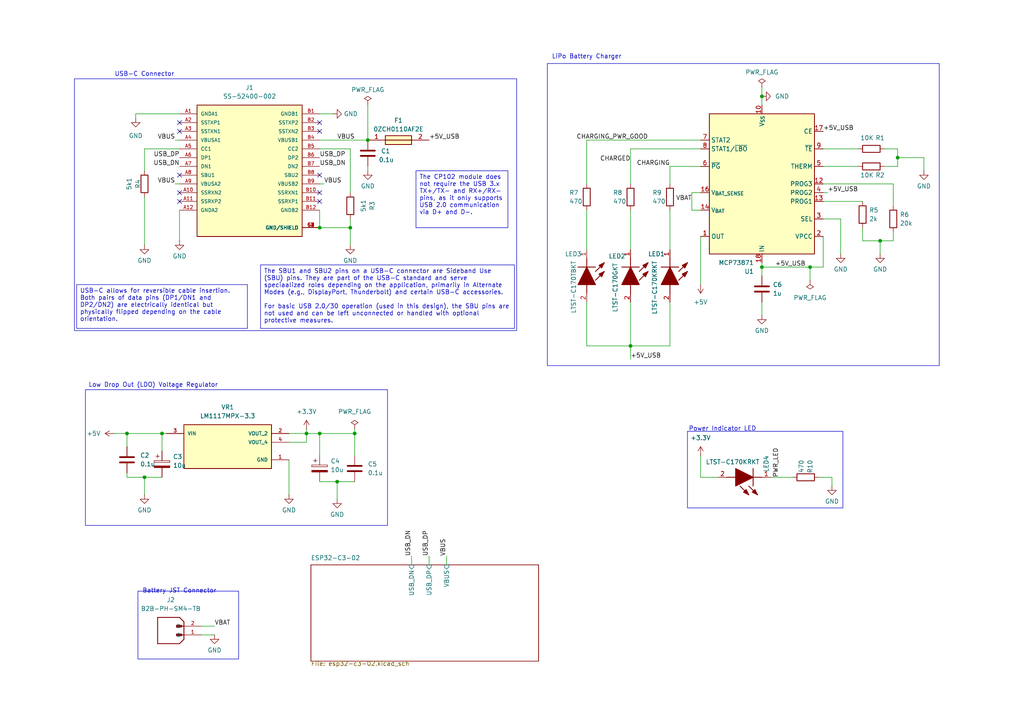
<source format=kicad_sch>
(kicad_sch (version 20250114) (generator "eeschema") (generator_version "9.0")
  (paper "A4")
  (title_block (title "ESP32C3 Peter Board") (date "2025-04-13") (rev "1") (company "Yusef Karim"))
  (lib_symbols
    (symbol "0ZCH0110AF2E:0ZCH0110AF2E" (pin_names (hide yes))
      (property "Reference" "F" (at 13.97 6.35 0))
      (property "Value" "0ZCH0110AF2E" (at 13.97 3.81 0))
      (symbol "0ZCH0110AF2E_1_1"
        (rectangle (start 5.08 1.27) (end 12.7 -1.27) (stroke (width 0.254)) (fill (type background)))
        (polyline (pts (xy 5.08 0) (xy 12.7 0)) (stroke (width 0.254)))
        (pin passive line (at 0 0 0) (length 5.08) (name "1") (number "1"))
        (pin passive line (at 17.78 0 180) (length 5.08) (name "2") (number "2"))
      )
    )
    (symbol "B2B-PH-SM4-TB:B2B-PH-SM4-TB" (pin_names (offset 1.016))
      (property "Reference" "J" (at 0 6.35 0))
      (property "Value" "B2B-PH-SM4-TB" (at 0 -5.08 0))
      (symbol "B2B-PH-SM4-TB_0_0"
        (polyline (pts (xy 0 3.81) (xy 0 2.54)) (stroke (width 0.254)))
        (polyline (pts (xy 0 3.81) (xy 1.27 5.08)) (stroke (width 0.254)))
        (polyline (pts (xy 0 2.54) (xy 0 -1.27)) (stroke (width 0.254)))
        (polyline (pts (xy 0 2.54) (xy 1.905 2.54)) (stroke (width 0.254)))
        (polyline (pts (xy 0 0) (xy 1.905 0)) (stroke (width 0.254)))
        (polyline (pts (xy 0 -1.27) (xy 1.27 -2.54)) (stroke (width 0.254)))
        (rectangle (start 0.635 2.2225) (end 2.2225 2.8575) (stroke (width 0.1)) (fill (type outline)))
        (rectangle (start 0.635 -0.3175) (end 2.2225 0.3175) (stroke (width 0.1)) (fill (type outline)))
        (polyline (pts (xy 1.27 -2.54) (xy 7.62 -2.54)) (stroke (width 0.254)))
        (polyline (pts (xy 7.62 5.08) (xy 1.27 5.08)) (stroke (width 0.254)))
        (polyline (pts (xy 7.62 -2.54) (xy 7.62 5.08)) (stroke (width 0.254)))
        (pin passive line (at -5.08 2.54 0) (length 5.08) (name "1") (number "1"))
        (pin passive line (at -5.08 0 0) (length 5.08) (name "2") (number "2"))
      )
    )
    (symbol "Battery_Management:MCP73871"
      (property "Reference" "U" (at -7.62 24.13 0))
      (property "Value" "MCP73871" (at -15.24 21.59 0))
      (symbol "MCP73871_0_1"
        (rectangle (start -15.24 20.32) (end 15.24 -20.32) (stroke (width 0.254)) (fill (type background)))
      )
      (symbol "MCP73871_1_1"
        (pin input line (at -17.78 15.24 0) (length 2.54) (name "VPCC") (number "2"))
        (pin input line (at -17.78 10.16 0) (length 2.54) (name "SEL") (number "3"))
        (pin bidirectional line (at -17.78 5.08 0) (length 2.54) (name "PROG1") (number "13"))
        (pin input line (at -17.78 2.54 0) (length 2.54) (name "PROG2") (number "4"))
        (pin bidirectional line (at -17.78 0 0) (length 2.54) (name "PROG3") (number "12"))
        (pin bidirectional line (at -17.78 -5.08 0) (length 2.54) (name "THERM") (number "5"))
        (pin input line (at -17.78 -10.16 0) (length 2.54) (name "~{TE}") (number "9"))
        (pin input line (at -17.78 -15.24 0) (length 2.54) (name "CE") (number "17"))
        (pin power_in line (at 0 22.86 270) (length 2.54) (name "IN") (number "18"))
        (pin passive line (at 0 22.86 270) (length 2.54) (hide yes) (name "IN") (number "19"))
        (pin power_in line (at 0 -22.86 90) (length 2.54) (name "V_{SS}") (number "10"))
        (pin passive line (at 0 -22.86 90) (length 2.54) (hide yes) (name "V_{SS}") (number "11"))
        (pin passive line (at 0 -22.86 90) (length 2.54) (hide yes) (name "V_{SS}") (number "21"))
        (pin power_out line (at 17.78 15.24 180) (length 2.54) (name "OUT") (number "1"))
        (pin passive line (at 17.78 15.24 180) (length 2.54) (hide yes) (name "OUT") (number "20"))
        (pin power_out line (at 17.78 7.62 180) (length 2.54) (name "V_{BAT}") (number "14"))
        (pin passive line (at 17.78 7.62 180) (length 2.54) (hide yes) (name "V_{BAT}") (number "15"))
        (pin input line (at 17.78 2.54 180) (length 2.54) (name "V_{BAT_SENSE}") (number "16"))
        (pin open_collector line (at 17.78 -5.08 180) (length 2.54) (name "~{PG}") (number "6"))
        (pin open_collector line (at 17.78 -10.16 180) (length 2.54) (name "STAT1/~{LBO}") (number "8"))
        (pin open_collector line (at 17.78 -12.7 180) (length 2.54) (name "STAT2") (number "7"))
      )
    )
    (symbol "Device:C" (pin_numbers (hide yes)) (pin_names (offset 0.254))
      (property "Reference" "C" (at 0.635 2.54 0))
      (property "Value" "C" (at 0.635 -2.54 0))
      (symbol "C_0_1"
        (polyline (pts (xy -2.032 0.762) (xy 2.032 0.762)) (stroke (width 0.508)))
        (polyline (pts (xy -2.032 -0.762) (xy 2.032 -0.762)) (stroke (width 0.508)))
      )
      (symbol "C_1_1"
        (pin passive line (at 0 3.81 270) (length 2.794) (name "~") (number "1"))
        (pin passive line (at 0 -3.81 90) (length 2.794) (name "~") (number "2"))
      )
    )
    (symbol "Device:C_Polarized" (pin_numbers (hide yes)) (pin_names (offset 0.254))
      (property "Reference" "C" (at 0.635 2.54 0))
      (property "Value" "C_Polarized" (at 0.635 -2.54 0))
      (symbol "C_Polarized_0_1"
        (rectangle (start -2.286 0.508) (end 2.286 1.016))
        (polyline (pts (xy -1.778 2.286) (xy -0.762 2.286)))
        (polyline (pts (xy -1.27 2.794) (xy -1.27 1.778)))
        (rectangle (start 2.286 -0.508) (end -2.286 -1.016) (fill (type outline)))
      )
      (symbol "C_Polarized_1_1"
        (pin passive line (at 0 3.81 270) (length 2.794) (name "~") (number "1"))
        (pin passive line (at 0 -3.81 90) (length 2.794) (name "~") (number "2"))
      )
    )
    (symbol "Device:R" (pin_numbers (hide yes)) (pin_names (offset 0))
      (property "Reference" "R" (at 2.032 0 90))
      (property "Value" "R" (at 0 0 90))
      (symbol "R_0_1"
        (rectangle (start -1.016 -2.54) (end 1.016 2.54) (stroke (width 0.254)))
      )
      (symbol "R_1_1"
        (pin passive line (at 0 3.81 270) (length 1.27) (name "~") (number "1"))
        (pin passive line (at 0 -3.81 90) (length 1.27) (name "~") (number "2"))
      )
    )
    (symbol "LM1117MPX-3.3:LM1117MPX-3.3" (pin_names (offset 1.016))
      (property "Reference" "VR" (at -12.7 6.08 0))
      (property "Value" "LM1117MPX-3.3" (at -12.7 -9.08 0))
      (symbol "LM1117MPX-3.3_0_0"
        (rectangle (start -12.7 -7.62) (end 12.7 5.08) (stroke (width 0.254)) (fill (type background)))
        (pin power_in line (at -17.78 2.54 0) (length 5.08) (name "VIN") (number "3"))
        (pin power_in line (at 17.78 2.54 180) (length 5.08) (name "VOUT_2") (number "2"))
        (pin power_in line (at 17.78 0 180) (length 5.08) (name "VOUT_4") (number "4"))
        (pin power_in line (at 17.78 -5.08 180) (length 5.08) (name "GND") (number "1"))
      )
    )
    (symbol "LTST-C170GKT:LTST-C170GKT" (pin_names (hide yes))
      (property "Reference" "LED" (at 12.7 8.89 0))
      (property "Value" "LTST-C170GKT" (at 12.7 6.35 0))
      (symbol "LTST-C170GKT_1_1"
        (polyline (pts (xy 2.54 0) (xy 5.08 0)) (stroke (width 0.254)))
        (polyline (pts (xy 5.08 2.54) (xy 5.08 -2.54)) (stroke (width 0.254)))
        (polyline (pts (xy 5.08 0) (xy 10.16 2.54) (xy 10.16 -2.54) (xy 5.08 0)) (stroke (width 0.254)) (fill (type outline)))
        (polyline (pts (xy 5.334 4.318) (xy 4.572 3.556) (xy 3.81 5.08) (xy 5.334 4.318)) (stroke (width 0.254)) (fill (type outline)))
        (polyline (pts (xy 6.35 2.54) (xy 3.81 5.08)) (stroke (width 0.254)))
        (polyline (pts (xy 7.874 4.318) (xy 7.112 3.556) (xy 6.35 5.08) (xy 7.874 4.318)) (stroke (width 0.254)) (fill (type outline)))
        (polyline (pts (xy 8.89 2.54) (xy 6.35 5.08)) (stroke (width 0.254)))
        (polyline (pts (xy 10.16 0) (xy 12.7 0)) (stroke (width 0.254)))
        (pin passive line (at 0 0 0) (length 2.54) (name "K") (number "1"))
        (pin passive line (at 15.24 0 180) (length 2.54) (name "A") (number "2"))
      )
    )
    (symbol "LTST-C170KRKT:LTST-C170KRKT" (pin_names (hide yes))
      (property "Reference" "LED" (at 12.7 8.89 0))
      (property "Value" "LTST-C170KRKT" (at 12.7 6.35 0))
      (symbol "LTST-C170KRKT_1_1"
        (polyline (pts (xy 2.54 0) (xy 5.08 0)) (stroke (width 0.254)))
        (polyline (pts (xy 5.08 2.54) (xy 5.08 -2.54)) (stroke (width 0.254)))
        (polyline (pts (xy 5.08 0) (xy 10.16 2.54) (xy 10.16 -2.54) (xy 5.08 0)) (stroke (width 0.254)) (fill (type outline)))
        (polyline (pts (xy 5.334 4.318) (xy 4.572 3.556) (xy 3.81 5.08) (xy 5.334 4.318)) (stroke (width 0.254)) (fill (type outline)))
        (polyline (pts (xy 6.35 2.54) (xy 3.81 5.08)) (stroke (width 0.254)))
        (polyline (pts (xy 7.874 4.318) (xy 7.112 3.556) (xy 6.35 5.08) (xy 7.874 4.318)) (stroke (width 0.254)) (fill (type outline)))
        (polyline (pts (xy 8.89 2.54) (xy 6.35 5.08)) (stroke (width 0.254)))
        (polyline (pts (xy 10.16 0) (xy 12.7 0)) (stroke (width 0.254)))
        (pin passive line (at 0 0 0) (length 2.54) (name "K") (number "1"))
        (pin passive line (at 15.24 0 180) (length 2.54) (name "A") (number "2"))
      )
    )
    (symbol "LTST-C170TBKT:LTST-C170TBKT" (pin_names (hide yes))
      (property "Reference" "LED" (at 12.7 8.89 0))
      (property "Value" "LTST-C170TBKT" (at 12.7 6.35 0))
      (symbol "LTST-C170TBKT_1_1"
        (polyline (pts (xy 2.54 0) (xy 5.08 0)) (stroke (width 0.254)))
        (polyline (pts (xy 5.08 2.54) (xy 5.08 -2.54)) (stroke (width 0.254)))
        (polyline (pts (xy 5.08 0) (xy 10.16 2.54) (xy 10.16 -2.54) (xy 5.08 0)) (stroke (width 0.254)) (fill (type outline)))
        (polyline (pts (xy 5.334 4.318) (xy 4.572 3.556) (xy 3.81 5.08) (xy 5.334 4.318)) (stroke (width 0.254)) (fill (type outline)))
        (polyline (pts (xy 6.35 2.54) (xy 3.81 5.08)) (stroke (width 0.254)))
        (polyline (pts (xy 7.874 4.318) (xy 7.112 3.556) (xy 6.35 5.08) (xy 7.874 4.318)) (stroke (width 0.254)) (fill (type outline)))
        (polyline (pts (xy 8.89 2.54) (xy 6.35 5.08)) (stroke (width 0.254)))
        (polyline (pts (xy 10.16 0) (xy 12.7 0)) (stroke (width 0.254)))
        (pin passive line (at 0 0 0) (length 2.54) (name "K") (number "1"))
        (pin passive line (at 15.24 0 180) (length 2.54) (name "A") (number "2"))
      )
    )
    (symbol "SS-52400-002:SS-52400-002" (pin_names (offset 1.016))
      (property "Reference" "J" (at -15.24 19.05 0))
      (property "Value" "SS-52400-002" (at -15.24 -22.86 0))
      (symbol "SS-52400-002_0_0"
        (rectangle (start -15.24 -20.32) (end 15.24 17.78) (stroke (width 0.254)) (fill (type background)))
        (pin power_in line (at -20.32 15.24 0) (length 5.08) (name "GNDA1") (number "A1"))
        (pin bidirectional line (at -20.32 12.7 0) (length 5.08) (name "SSTXP1") (number "A2"))
        (pin bidirectional line (at -20.32 10.16 0) (length 5.08) (name "SSTXN1") (number "A3"))
        (pin power_in line (at -20.32 7.62 0) (length 5.08) (name "VBUSA1") (number "A4"))
        (pin bidirectional line (at -20.32 5.08 0) (length 5.08) (name "CC1") (number "A5"))
        (pin bidirectional line (at -20.32 2.54 0) (length 5.08) (name "DP1") (number "A6"))
        (pin bidirectional line (at -20.32 0 0) (length 5.08) (name "DN1") (number "A7"))
        (pin bidirectional line (at -20.32 -2.54 0) (length 5.08) (name "SBU1") (number "A8"))
        (pin power_in line (at -20.32 -5.08 0) (length 5.08) (name "VBUSA2") (number "A9"))
        (pin bidirectional line (at -20.32 -7.62 0) (length 5.08) (name "SSRXN2") (number "A10"))
        (pin bidirectional line (at -20.32 -10.16 0) (length 5.08) (name "SSRXP2") (number "A11"))
        (pin power_in line (at -20.32 -12.7 0) (length 5.08) (name "GNDA2") (number "A12"))
        (pin power_in line (at 20.32 15.24 180) (length 5.08) (name "GNDB1") (number "B1"))
        (pin bidirectional line (at 20.32 12.7 180) (length 5.08) (name "SSTXP2") (number "B2"))
        (pin bidirectional line (at 20.32 10.16 180) (length 5.08) (name "SSTXN2") (number "B3"))
        (pin power_in line (at 20.32 7.62 180) (length 5.08) (name "VBUSB1") (number "B4"))
        (pin bidirectional line (at 20.32 5.08 180) (length 5.08) (name "CC2") (number "B5"))
        (pin bidirectional line (at 20.32 2.54 180) (length 5.08) (name "DP2") (number "B6"))
        (pin bidirectional line (at 20.32 0 180) (length 5.08) (name "DN2") (number "B7"))
        (pin bidirectional line (at 20.32 -2.54 180) (length 5.08) (name "SBU2") (number "B8"))
        (pin power_in line (at 20.32 -5.08 180) (length 5.08) (name "VBUSB2") (number "B9"))
        (pin bidirectional line (at 20.32 -7.62 180) (length 5.08) (name "SSRXN1") (number "B10"))
        (pin bidirectional line (at 20.32 -10.16 180) (length 5.08) (name "SSRXP1") (number "B11"))
        (pin power_in line (at 20.32 -12.7 180) (length 5.08) (name "GNDB2") (number "B12"))
        (pin power_in line (at 20.32 -17.78 180) (length 5.08) (name "GND/SHIELD") (number "G1"))
        (pin power_in line (at 20.32 -17.78 180) (length 5.08) (name "GND/SHIELD") (number "G2"))
        (pin power_in line (at 20.32 -17.78 180) (length 5.08) (name "GND/SHIELD") (number "G3"))
        (pin power_in line (at 20.32 -17.78 180) (length 5.08) (name "GND/SHIELD") (number "G4"))
        (pin power_in line (at 20.32 -17.78 180) (length 5.08) (name "GND/SHIELD") (number "S1"))
        (pin power_in line (at 20.32 -17.78 180) (length 5.08) (name "GND/SHIELD") (number "S2"))
        (pin power_in line (at 20.32 -17.78 180) (length 5.08) (name "GND/SHIELD") (number "S3"))
        (pin power_in line (at 20.32 -17.78 180) (length 5.08) (name "GND/SHIELD") (number "S4"))
      )
    )
    (symbol "power:+3.3V" (power) (pin_numbers (hide yes)) (pin_names (offset 0) (hide yes))
      (property "Value" "+3.3V" (at 0 3.556 0))
      (symbol "+3.3V_0_1"
        (polyline (pts (xy -0.762 1.27) (xy 0 2.54)))
        (polyline (pts (xy 0 2.54) (xy 0.762 1.27)))
        (polyline (pts (xy 0 0) (xy 0 2.54)))
      )
      (symbol "+3.3V_1_1"
        (pin power_in line (at 0 0 90) (length 0) (name "~") (number "1"))
      )
    )
    (symbol "power:+5V" (power) (pin_numbers (hide yes)) (pin_names (offset 0) (hide yes))
      (property "Value" "+5V" (at 0 3.556 0))
      (symbol "+5V_0_1"
        (polyline (pts (xy -0.762 1.27) (xy 0 2.54)))
        (polyline (pts (xy 0 2.54) (xy 0.762 1.27)))
        (polyline (pts (xy 0 0) (xy 0 2.54)))
      )
      (symbol "+5V_1_1"
        (pin power_in line (at 0 0 90) (length 0) (name "~") (number "1"))
      )
    )
    (symbol "power:GND" (power) (pin_numbers (hide yes)) (pin_names (offset 0) (hide yes))
      (property "Value" "GND" (at 0 -3.81 0))
      (symbol "GND_0_1"
        (polyline (pts (xy 0 0) (xy 0 -1.27) (xy 1.27 -1.27) (xy 0 -2.54) (xy -1.27 -1.27) (xy 0 -1.27)))
      )
      (symbol "GND_1_1"
        (pin power_in line (at 0 0 270) (length 0) (name "~") (number "1"))
      )
    )
    (symbol "power:PWR_FLAG" (power) (pin_numbers (hide yes)) (pin_names (offset 0) (hide yes))
      (property "Value" "PWR_FLAG" (at 0 3.81 0))
      (symbol "PWR_FLAG_0_0"
        (pin power_out line (at 0 0 90) (length 0) (name "~") (number "1"))
      )
      (symbol "PWR_FLAG_0_1"
        (polyline (pts (xy 0 0) (xy 0 1.27) (xy -1.016 1.905) (xy 0 2.54) (xy 1.016 1.905) (xy 0 1.27)))
      )
    )
  )
  (rectangle (start 24.765 113.03) (end 112.395 152.4))
  (rectangle (start 199.39 125.095) (end 244.475 147.32))
  (rectangle (start 40.005 171.45) (end 69.215 191.135))
  (rectangle (start 158.75 18.415) (end 272.415 106.045))
  (rectangle (start 21.59 22.86) (end 149.86 95.885))
  (text "LiPo Battery Charger" (at 170.18 16.51 0) (effects (font (size 1.27 1.27))))
  (text "Power Indicator LED" (at 209.55 124.46 0) (effects (font (size 1.27 1.27))))
  (text "USB-C Connector" (at 41.91 21.59 0) (effects (font (size 1.27 1.27))))
  (text "Low Drop Out (LDO) Voltage Regulator" (at 44.45 111.76 0) (effects (font (size 1.27 1.27))))
  (text "Battery JST Connector" (at 52.07 171.45 0) (effects (font (size 1.27 1.27))))
  (text_box "The SBU1 and SBU2 pins on a USB-C connector are Sideband Use (SBU) pins. They are part of the USB-C standard and serve speciaalized roles depending on the application, primarily in Alternate Modes (e.g., DisplayPort, Thunderbolt) and certain USB-C accessories.\n\nFor basic USB 2.0/30 operation (used in this design), the SBU pins are not used and can be left unconnected or handled with optional protective measures." (at 75.565 76.835 0) (size 73.66 18.415) (margins 0.9525 0.9525 0.9525 0.9525) (effects (font (size 1.27 1.27)) (justify left top)))
  (text_box "USB-C allows for reversible cable insertion.\nBoth pairs of data pins (DP1/DN1 and DP2/DN2) are electrically identical but physically flipped depending on the cable orientation." (at 22.225 82.55 0) (size 49.53 12.7) (margins 0.9525 0.9525 0.9525 0.9525) (effects (font (size 1.27 1.27)) (justify left top)))
  (text_box "The CP102 module does not require the USB 3.x TX+/TX- and RX+/RX- pins, as it only supports USB 2.0 communication via D+ and D-." (at 120.65 49.53 0) (size 26.67 16.51) (margins 0.9525 0.9525 0.9525 0.9525) (effects (font (size 1.27 1.27)) (justify left top)))
  (junction (at 220.98 27.94))
  (junction (at 88.9 125.73))
  (junction (at 92.71 66.04))
  (junction (at 182.88 100.33))
  (junction (at 97.79 139.7))
  (junction (at 101.6 66.04))
  (junction (at 220.98 77.47))
  (junction (at 41.91 138.43))
  (junction (at 102.87 125.73))
  (junction (at 92.71 125.73))
  (junction (at 106.68 40.64))
  (junction (at 255.27 69.85))
  (junction (at 36.83 125.73))
  (junction (at 46.99 125.73))
  (junction (at 234.95 77.47))
  (junction (at 260.35 45.72))
  (no_connect (at 92.71 35.56))
  (no_connect (at 52.07 38.1))
  (no_connect (at 92.71 50.8))
  (no_connect (at 52.07 50.8))
  (no_connect (at 92.71 55.88))
  (no_connect (at 92.71 58.42))
  (no_connect (at 52.07 55.88))
  (no_connect (at 52.07 35.56))
  (no_connect (at 92.71 38.1))
  (no_connect (at 52.07 58.42))
  (wire (pts (xy 83.82 133.35) (xy 83.82 143.51)))
  (wire (pts (xy 208.28 138.43) (xy 203.2 138.43)))
  (wire (pts (xy 267.97 49.53) (xy 267.97 45.72)))
  (wire (pts (xy 97.79 139.7) (xy 97.79 144.78)))
  (wire (pts (xy 97.79 139.7) (xy 102.87 139.7)))
  (wire (pts (xy 92.71 40.64) (xy 106.68 40.64)))
  (wire (pts (xy 194.31 100.33) (xy 182.88 100.33)))
  (wire (pts (xy 170.18 100.33) (xy 182.88 100.33)))
  (wire (pts (xy 237.49 138.43) (xy 241.3 138.43)))
  (wire (pts (xy 101.6 66.04) (xy 101.6 71.12)))
  (wire (pts (xy 259.08 53.34) (xy 238.76 53.34)))
  (wire (pts (xy 129.54 161.29) (xy 129.54 163.83)))
  (wire (pts (xy 260.35 45.72) (xy 260.35 48.26)))
  (wire (pts (xy 92.71 60.96) (xy 92.71 66.04)))
  (wire (pts (xy 83.82 128.27) (xy 88.9 128.27)))
  (wire (pts (xy 182.88 53.34) (xy 182.88 43.18)))
  (wire (pts (xy 119.38 161.29) (xy 119.38 163.83)))
  (wire (pts (xy 220.98 76.2) (xy 220.98 77.47)))
  (wire (pts (xy 200.66 60.96) (xy 203.2 60.96)))
  (wire (pts (xy 170.18 60.96) (xy 170.18 72.39)))
  (wire (pts (xy 194.31 48.26) (xy 203.2 48.26)))
  (wire (pts (xy 41.91 57.15) (xy 41.91 71.12)))
  (wire (pts (xy 52.07 60.96) (xy 52.07 69.85)))
  (wire (pts (xy 220.98 87.63) (xy 220.98 91.44)))
  (wire (pts (xy 182.88 87.63) (xy 182.88 100.33)))
  (wire (pts (xy 48.26 125.73) (xy 46.99 125.73)))
  (wire (pts (xy 182.88 43.18) (xy 203.2 43.18)))
  (wire (pts (xy 241.3 138.43) (xy 241.3 140.97)))
  (wire (pts (xy 220.98 25.4) (xy 220.98 27.94)))
  (wire (pts (xy 238.76 63.5) (xy 243.84 63.5)))
  (wire (pts (xy 238.76 77.47) (xy 238.76 68.58)))
  (wire (pts (xy 238.76 48.26) (xy 248.92 48.26)))
  (wire (pts (xy 36.83 138.43) (xy 41.91 138.43)))
  (wire (pts (xy 220.98 77.47) (xy 234.95 77.47)))
  (wire (pts (xy 41.91 138.43) (xy 46.99 138.43)))
  (wire (pts (xy 170.18 87.63) (xy 170.18 100.33)))
  (wire (pts (xy 234.95 77.47) (xy 234.95 81.28)))
  (wire (pts (xy 255.27 69.85) (xy 255.27 73.66)))
  (wire (pts (xy 182.88 104.14) (xy 182.88 100.33)))
  (wire (pts (xy 203.2 138.43) (xy 203.2 132.08)))
  (wire (pts (xy 36.83 125.73) (xy 36.83 129.54)))
  (wire (pts (xy 248.92 43.18) (xy 238.76 43.18)))
  (wire (pts (xy 92.71 125.73) (xy 92.71 132.08)))
  (wire (pts (xy 39.37 34.29) (xy 39.37 33.02)))
  (wire (pts (xy 170.18 53.34) (xy 170.18 40.64)))
  (wire (pts (xy 88.9 124.46) (xy 88.9 125.73)))
  (wire (pts (xy 101.6 43.18) (xy 92.71 43.18)))
  (wire (pts (xy 92.71 125.73) (xy 88.9 125.73)))
  (wire (pts (xy 259.08 67.31) (xy 259.08 69.85)))
  (wire (pts (xy 106.68 48.26) (xy 106.68 49.53)))
  (wire (pts (xy 92.71 33.02) (xy 96.52 33.02)))
  (wire (pts (xy 170.18 40.64) (xy 203.2 40.64)))
  (wire (pts (xy 36.83 125.73) (xy 46.99 125.73)))
  (wire (pts (xy 58.42 181.61) (xy 62.23 181.61)))
  (wire (pts (xy 92.71 139.7) (xy 97.79 139.7)))
  (wire (pts (xy 194.31 87.63) (xy 194.31 100.33)))
  (wire (pts (xy 36.83 125.73) (xy 33.02 125.73)))
  (wire (pts (xy 83.82 125.73) (xy 88.9 125.73)))
  (wire (pts (xy 46.99 125.73) (xy 46.99 130.81)))
  (wire (pts (xy 36.83 138.43) (xy 36.83 137.16)))
  (wire (pts (xy 41.91 43.18) (xy 52.07 43.18)))
  (wire (pts (xy 223.52 138.43) (xy 229.87 138.43)))
  (wire (pts (xy 260.35 43.18) (xy 260.35 45.72)))
  (wire (pts (xy 200.66 55.88) (xy 200.66 60.96)))
  (wire (pts (xy 243.84 63.5) (xy 243.84 73.66)))
  (wire (pts (xy 106.68 30.48) (xy 106.68 40.64)))
  (wire (pts (xy 256.54 48.26) (xy 260.35 48.26)))
  (wire (pts (xy 220.98 77.47) (xy 220.98 80.01)))
  (wire (pts (xy 102.87 125.73) (xy 92.71 125.73)))
  (wire (pts (xy 194.31 53.34) (xy 194.31 48.26)))
  (wire (pts (xy 234.95 77.47) (xy 238.76 77.47)))
  (wire (pts (xy 267.97 45.72) (xy 260.35 45.72)))
  (wire (pts (xy 58.42 184.15) (xy 62.23 184.15)))
  (wire (pts (xy 41.91 143.51) (xy 41.91 138.43)))
  (wire (pts (xy 250.19 69.85) (xy 255.27 69.85)))
  (wire (pts (xy 92.71 66.04) (xy 101.6 66.04)))
  (wire (pts (xy 41.91 49.53) (xy 41.91 43.18)))
  (wire (pts (xy 255.27 69.85) (xy 259.08 69.85)))
  (wire (pts (xy 50.8 40.64) (xy 52.07 40.64)))
  (wire (pts (xy 220.98 27.94) (xy 220.98 30.48)))
  (wire (pts (xy 250.19 58.42) (xy 238.76 58.42)))
  (wire (pts (xy 182.88 60.96) (xy 182.88 72.39)))
  (wire (pts (xy 101.6 55.88) (xy 101.6 43.18)))
  (wire (pts (xy 39.37 33.02) (xy 52.07 33.02)))
  (wire (pts (xy 102.87 124.46) (xy 102.87 125.73)))
  (wire (pts (xy 50.8 53.34) (xy 52.07 53.34)))
  (wire (pts (xy 259.08 59.69) (xy 259.08 53.34)))
  (wire (pts (xy 102.87 125.73) (xy 102.87 132.08)))
  (wire (pts (xy 240.03 55.88) (xy 238.76 55.88)))
  (wire (pts (xy 194.31 60.96) (xy 194.31 72.39)))
  (wire (pts (xy 203.2 55.88) (xy 200.66 55.88)))
  (wire (pts (xy 124.46 161.29) (xy 124.46 163.83)))
  (wire (pts (xy 256.54 43.18) (xy 260.35 43.18)))
  (wire (pts (xy 93.98 53.34) (xy 92.71 53.34)))
  (wire (pts (xy 101.6 63.5) (xy 101.6 66.04)))
  (wire (pts (xy 250.19 66.04) (xy 250.19 69.85)))
  (wire (pts (xy 203.2 68.58) (xy 203.2 82.55)))
  (wire (pts (xy 88.9 125.73) (xy 88.9 128.27)))
  (label "+5V_USB" (at 124.46 40.64 0))
  (label "VBUS" (at 93.98 53.34 0))
  (label "CHARGING_PWR_GOOD" (at 187.96 40.64 180))
  (label "USB_DN" (at 119.38 161.29 90))
  (label "USB_DP" (at 52.07 45.72 180))
  (label "VBUS" (at 50.8 40.64 180))
  (label "USB_DP" (at 124.46 161.29 90))
  (label "USB_DP" (at 92.71 45.72 0))
  (label "VBUS" (at 50.8 53.34 180))
  (label "CHARGED" (at 182.88 46.99 180))
  (label "+5V_USB" (at 182.88 104.14 0))
  (label "VBUS" (at 129.54 161.29 90))
  (label "+5V_USB" (at 224.79 77.47 0))
  (label "CHARGING" (at 194.31 48.26 180))
  (label "USB_DN" (at 92.71 48.26 0))
  (label "VBAT" (at 62.23 181.61 0))
  (label "VBAT" (at 200.66 58.42 180))
  (label "USB_DN" (at 52.07 48.26 180))
  (label "+5V_USB" (at 240.03 55.88 0))
  (label "PWR_LED" (at 226.06 138.43 90))
  (label "VBUS" (at 97.79 40.64 0))
  (label "+5V_USB" (at 238.76 38.1 0))
  (symbol (lib_id "power:GND") (at 41.91 143.51 0) (unit 1)
    (property "Reference" "#PWR011" (effects (hide yes)))
    (property "Value" "GND" (at 41.91 147.955 0))
    (property "Description" "Power symbol creates a global label with name \"GND\" , ground" (effects (hide yes)))
  )
  (symbol (lib_id "Device:C") (at 102.87 135.89 0) (unit 1)
    (property "Reference" "C5" (at 106.68 134.6199 0) (effects (justify left)))
    (property "Value" "0.1u" (at 106.68 137.1599 0) (effects (justify left)))
    (property "Footprint" "Capacitor_SMD:C_0805_2012Metric" (effects (hide yes)))
    (property "Description" "Unpolarized capacitor" (effects (hide yes)))
  )
  (symbol (lib_id "Device:C_Polarized") (at 46.99 134.62 0) (unit 1)
    (property "Reference" "C3" (at 50.165 132.4609 0) (effects (justify left)))
    (property "Value" "10u" (at 50.165 135.0009 0) (effects (justify left)))
    (property "Footprint" "Peter Board Footprints:T491A" (effects (hide yes)))
    (property "Description" "Polarized capacitor" (effects (hide yes)))
  )
  (symbol (lib_id "SS-52400-002:SS-52400-002") (at 72.39 48.26 0) (unit 1)
    (property "Reference" "J1" (at 72.39 25.4 0))
    (property "Value" "SS-52400-002" (at 72.39 27.94 0))
    (property "Footprint" "Peter Board Footprints:BELFUSE_SS-52400-002" (effects (hide yes)))
    (property "MF" "Bel Fuse" (effects (hide yes)))
    (property "MAXIMUM_PACKAGE_HEIGHT" "2.96 mm" (effects (hide yes)))
    (property "Package" "None" (effects (hide yes)))
    (property "Price" "None" (effects (hide yes)))
    (property "Check_prices" "https://www.snapeda.com/parts/SS-52400-002/Bel+Circuit+Protection/view-part/?ref=eda" (effects (hide yes)))
    (property "STANDARD" "Manufacturer Recommendations" (effects (hide yes)))
    (property "PARTREV" "A0" (effects (hide yes)))
    (property "SnapEDA_Link" "https://www.snapeda.com/parts/SS-52400-002/Bel+Circuit+Protection/view-part/?ref=snap" (effects (hide yes)))
    (property "MP" "SS-52400-002" (effects (hide yes)))
    (property "Description_1" "USB Type-C Connector | USB 3.1 | 1 Port | Right Angle Receptacle | Shielded | 0.039 in (1.00mm) PCB Thickness" (effects (hide yes)))
    (property "Availability" "In Stock" (effects (hide yes)))
    (property "MANUFACTURER" "BelFuse" (effects (hide yes)))
  )
  (symbol (lib_id "power:GND") (at 96.52 33.02 90) (unit 1)
    (property "Reference" "#PWR07" (effects (hide yes)))
    (property "Value" "GND" (at 99.695 33.0199 90) (effects (justify right)))
    (property "Description" "Power symbol creates a global label with name \"GND\" , ground" (effects (hide yes)))
  )
  (symbol (lib_id "power:GND") (at 52.07 69.85 0) (unit 1)
    (property "Reference" "#PWR05" (effects (hide yes)))
    (property "Value" "GND" (at 52.07 74.295 0))
    (property "Description" "Power symbol creates a global label with name \"GND\" , ground" (effects (hide yes)))
  )
  (symbol (lib_id "Device:R") (at 252.73 48.26 90) (unit 1)
    (property "Reference" "R2" (at 255.27 50.8 90))
    (property "Value" "10K" (at 251.46 50.8 90))
    (property "Footprint" "Resistor_SMD:R_0805_2012Metric" (effects (hide yes)))
    (property "Description" "Resistor" (effects (hide yes)))
  )
  (symbol (lib_id "Device:R") (at 250.19 62.23 0) (unit 1)
    (property "Reference" "R5" (at 252.095 60.9599 0) (effects (justify left)))
    (property "Value" "2k" (at 252.095 63.4999 0) (effects (justify left)))
    (property "Footprint" "Resistor_SMD:R_0805_2012Metric" (effects (hide yes)))
    (property "Description" "Resistor" (effects (hide yes)))
  )
  (symbol (lib_id "power:GND") (at 39.37 34.29 0) (unit 1)
    (property "Reference" "#PWR06" (effects (hide yes)))
    (property "Value" "GND" (at 39.37 39.37 0))
    (property "Description" "Power symbol creates a global label with name \"GND\" , ground" (effects (hide yes)))
  )
  (symbol (lib_id "Device:R") (at 259.08 63.5 0) (unit 1)
    (property "Reference" "R6" (at 260.985 62.2299 0) (effects (justify left)))
    (property "Value" "20k" (at 260.985 64.7699 0) (effects (justify left)))
    (property "Footprint" "Resistor_SMD:R_0805_2012Metric" (effects (hide yes)))
    (property "Description" "Resistor" (effects (hide yes)))
  )
  (symbol (lib_id "Device:C_Polarized") (at 92.71 135.89 0) (unit 1)
    (property "Reference" "C4" (at 95.885 133.7309 0) (effects (justify left)))
    (property "Value" "10u" (at 95.885 136.2709 0) (effects (justify left)))
    (property "Footprint" "Peter Board Footprints:T491A" (effects (hide yes)))
    (property "Description" "Polarized capacitor" (effects (hide yes)))
  )
  (symbol (lib_id "power:GND") (at 255.27 73.66 0) (unit 1)
    (property "Reference" "#PWR02" (effects (hide yes)))
    (property "Value" "GND" (at 255.27 78.105 0))
    (property "Description" "Power symbol creates a global label with name \"GND\" , ground" (effects (hide yes)))
  )
  (symbol (lib_id "B2B-PH-SM4-TB:B2B-PH-SM4-TB") (at 53.34 181.61 180) (unit 1)
    (property "Reference" "J2" (at 49.53 173.99 0))
    (property "Value" "B2B-PH-SM4-TB" (at 49.53 176.53 0))
    (property "Footprint" "Peter Board Footprints:JST_B2B-PH-SM4-TB" (effects (hide yes)))
    (property "MF" "JST" (effects (hide yes)))
    (property "MAXIMUM_PACKAGE_HEIGHT" "6.6 mm" (effects (hide yes)))
    (property "Package" "NON STANDARD-2 JST" (effects (hide yes)))
    (property "Price" "None" (effects (hide yes)))
    (property "Check_prices" "https://www.snapeda.com/parts/B2B-PH-SM4-TB/JST/view-part/?ref=eda" (effects (hide yes)))
    (property "STANDARD" "Manufacturer Recommendations" (effects (hide yes)))
    (property "PARTREV" "N/A" (effects (hide yes)))
    (property "SnapEDA_Link" "https://www.snapeda.com/parts/B2B-PH-SM4-TB/JST/view-part/?ref=snap" (effects (hide yes)))
    (property "MP" "B2B-PH-SM4-TB" (effects (hide yes)))
    (property "Description_1" "Connector Header Surface Mount 2 position 0.079 (2.00mm)" (effects (hide yes)))
    (property "Availability" "In Stock" (effects (hide yes)))
    (property "MANUFACTURER" "JST" (effects (hide yes)))
  )
  (symbol (lib_id "Device:R") (at 233.68 138.43 270) (unit 1)
    (property "Reference" "R10" (at 234.95 133.35 0) (effects (justify left)))
    (property "Value" "470" (at 232.41 133.35 0) (effects (justify left)))
    (property "Footprint" "Resistor_SMD:R_0805_2012Metric" (effects (hide yes)))
    (property "Description" "Resistor" (effects (hide yes)))
  )
  (symbol (lib_id "Device:C") (at 36.83 133.35 0) (unit 1)
    (property "Reference" "C2" (at 40.64 132.0799 0) (effects (justify left)))
    (property "Value" "0.1u" (at 40.64 134.6199 0) (effects (justify left)))
    (property "Footprint" "Capacitor_SMD:C_0805_2012Metric" (effects (hide yes)))
    (property "Description" "Unpolarized capacitor" (effects (hide yes)))
  )
  (symbol (lib_id "Device:R") (at 101.6 59.69 180) (unit 1)
    (property "Reference" "R3" (at 107.95 59.69 90))
    (property "Value" "5k1" (at 105.41 59.69 90))
    (property "Footprint" "Resistor_SMD:R_0805_2012Metric" (effects (hide yes)))
    (property "Description" "Resistor" (effects (hide yes)))
  )
  (symbol (lib_id "power:PWR_FLAG") (at 102.87 124.46 0) (unit 1)
    (property "Reference" "#FLG02" (effects (hide yes)))
    (property "Value" "PWR_FLAG" (at 102.87 119.38 0))
    (property "Description" "Special symbol for telling ERC where power comes from" (effects (hide yes)))
  )
  (symbol (lib_id "power:+3.3V") (at 203.2 132.08 0) (unit 1)
    (property "Reference" "#PWR017" (effects (hide yes)))
    (property "Value" "+3.3V" (at 203.2 127 0))
    (property "Description" "Power symbol creates a global label with name \"+3.3V\"" (effects (hide yes)))
  )
  (symbol (lib_id "power:GND") (at 101.6 71.12 0) (unit 1)
    (property "Reference" "#PWR03" (effects (hide yes)))
    (property "Value" "GND" (at 101.6 75.565 0))
    (property "Description" "Power symbol creates a global label with name \"GND\" , ground" (effects (hide yes)))
  )
  (symbol (lib_id "power:GND") (at 243.84 73.66 0) (unit 1)
    (property "Reference" "#PWR057" (effects (hide yes)))
    (property "Value" "GND" (at 243.84 78.105 0))
    (property "Description" "Power symbol creates a global label with name \"GND\" , ground" (effects (hide yes)))
  )
  (symbol (lib_id "power:+5V") (at 203.2 82.55 180) (unit 1)
    (property "Reference" "#PWR019" (effects (hide yes)))
    (property "Value" "+5V" (at 203.2 87.63 0))
    (property "Description" "Power symbol creates a global label with name \"+5V\"" (effects (hide yes)))
  )
  (symbol (lib_id "Battery_Management:MCP73871") (at 220.98 53.34 180) (unit 1)
    (property "Reference" "U1" (at 218.6727 78.74 0) (effects (justify left)))
    (property "Value" "MCP73871" (at 218.6727 76.2 0) (effects (justify left)))
    (property "Footprint" "Package_DFN_QFN:QFN-20-1EP_4x4mm_P0.5mm_EP2.5x2.5mm" (effects (hide yes)))
    (property "Datasheet" "http://www.mouser.com/ds/2/268/22090a-52174.pdf" (effects (hide yes)))
    (property "Description" "Single cell, Li-Ion/Li-Po charge management controller" (effects (hide yes)))
  )
  (symbol (lib_id "power:PWR_FLAG") (at 220.98 25.4 0) (unit 1)
    (property "Reference" "#FLG01" (effects (hide yes)))
    (property "Value" "PWR_FLAG" (at 220.98 20.955 0))
    (property "Description" "Special symbol for telling ERC where power comes from" (effects (hide yes)))
  )
  (symbol (lib_id "power:GND") (at 241.3 140.97 0) (unit 1)
    (property "Reference" "#PWR018" (effects (hide yes)))
    (property "Value" "GND" (at 241.3 145.415 0))
    (property "Description" "Power symbol creates a global label with name \"GND\" , ground" (effects (hide yes)))
  )
  (symbol (lib_id "power:GND") (at 106.68 49.53 0) (unit 1)
    (property "Reference" "#PWR08" (effects (hide yes)))
    (property "Value" "GND" (at 106.68 53.975 0))
    (property "Description" "Power symbol creates a global label with name \"GND\" , ground" (effects (hide yes)))
  )
  (symbol (lib_id "LTST-C170TBKT:LTST-C170TBKT") (at 170.18 72.39 270) (unit 1)
    (property "Reference" "LED3" (at 163.83 73.66 90) (effects (justify left)))
    (property "Value" "LTST-C170TBKT" (at 166.37 75.565 0) (effects (justify left)))
    (property "Footprint" "Peter Board Footprints:LEDC2012X120N" (effects (hide yes)))
    (property "Datasheet" "https://componentsearchengine.com/Datasheets/1/LTST-C170TBKT.pdf" (effects (hide yes)))
    (property "Description" "LED,SMD,0805,Blue,28mcd,130deg" (effects (hide yes)))
    (property "Height" "1.2" (effects (hide yes)))
    (property "Manufacturer_Name" "Lite-On" (effects (hide yes)))
    (property "Manufacturer_Part_Number" "LTST-C170TBKT" (effects (hide yes)))
    (property "Mouser Part Number" "859-LTST-C170TBKT" (effects (hide yes)))
    (property "Mouser Price/Stock" "https://www.mouser.co.uk/ProductDetail/Lite-On/LTST-C170TBKT?qs=0uL0gcxEMop2ooGmIUzw3A%3D%3D" (effects (hide yes)))
    (property "Arrow Part Number" "LTST-C170TBKT" (effects (hide yes)))
    (property "Arrow Price/Stock" "https://www.arrow.com/en/products/ltst-c170tbkt/lite-on-technology?utm_currency=USD&region=nac" (effects (hide yes)))
  )
  (symbol (lib_id "Device:C") (at 220.98 83.82 0) (unit 1)
    (property "Reference" "C6" (at 224.155 82.5499 0) (effects (justify left)))
    (property "Value" "1u" (at 224.155 85.0899 0) (effects (justify left)))
    (property "Footprint" "Capacitor_SMD:C_0805_2012Metric" (effects (hide yes)))
    (property "Description" "Unpolarized capacitor" (effects (hide yes)))
  )
  (symbol (lib_id "power:+5V") (at 33.02 125.73 90) (unit 1)
    (property "Reference" "#PWR015" (effects (hide yes)))
    (property "Value" "+5V" (at 29.21 125.7299 90) (effects (justify left)))
    (property "Description" "Power symbol creates a global label with name \"+5V\"" (effects (hide yes)))
  )
  (symbol (lib_id "0ZCH0110AF2E:0ZCH0110AF2E") (at 106.68 40.64 0) (unit 1)
    (property "Reference" "F1" (at 115.57 34.925 0))
    (property "Value" "0ZCH0110AF2E" (at 115.57 37.465 0))
    (property "Footprint" "Peter Board Footprints:FUSC3226X100N" (effects (hide yes)))
    (property "Datasheet" "https://www.belfuse.com/resources/datasheets/circuitprotection/ds-cp-0zch-series.pdf" (effects (hide yes)))
    (property "Description" "1210 SMT PPTC | 1.10 Ih | 16V" (effects (hide yes)))
    (property "Height" "1" (effects (hide yes)))
    (property "Manufacturer_Name" "Bel Circuit Protection" (effects (hide yes)))
    (property "Manufacturer_Part_Number" "0ZCH0110AF2E" (effects (hide yes)))
  )
  (symbol (lib_id "Device:R") (at 182.88 57.15 0) (unit 1)
    (property "Reference" "R8" (at 177.8 55.88 0) (effects (justify left)))
    (property "Value" "470" (at 177.8 58.42 0) (effects (justify left)))
    (property "Footprint" "Resistor_SMD:R_0805_2012Metric" (effects (hide yes)))
    (property "Description" "Resistor" (effects (hide yes)))
  )
  (symbol (lib_id "power:GND") (at 267.97 49.53 0) (unit 1)
    (property "Reference" "#PWR01" (effects (hide yes)))
    (property "Value" "GND" (at 267.97 53.975 0))
    (property "Description" "Power symbol creates a global label with name \"GND\" , ground" (effects (hide yes)))
  )
  (symbol (lib_id "power:GND") (at 41.91 71.12 0) (unit 1)
    (property "Reference" "#PWR04" (effects (hide yes)))
    (property "Value" "GND" (at 41.91 75.565 0))
    (property "Description" "Power symbol creates a global label with name \"GND\" , ground" (effects (hide yes)))
  )
  (symbol (lib_id "power:GND") (at 62.23 184.15 0) (unit 1)
    (property "Reference" "#PWR016" (effects (hide yes)))
    (property "Value" "GND" (at 62.23 188.595 0))
    (property "Description" "Power symbol creates a global label with name \"GND\" , ground" (effects (hide yes)))
  )
  (symbol (lib_id "LTST-C170GKT:LTST-C170GKT") (at 182.88 72.39 270) (unit 1)
    (property "Reference" "LED2" (at 176.53 74.295 90) (effects (justify left)))
    (property "Value" "LTST-C170GKT" (at 178.435 76.2 0) (effects (justify left)))
    (property "Footprint" "Peter Board Footprints:LEDC2012X120N" (effects (hide yes)))
    (property "Datasheet" "https://mm.digikey.com/Volume0/opasdata/d220001/medias/docus/895/LTST-C170GKT.pdf" (effects (hide yes)))
    (property "Description" "LED,SMD,0805,Green,6mcd,130deg Lite-On LTST-C170GKT, CHIPLED 0805 Series Green LED, 569 nm 2012 (0805), Rectangle Lens SMD package" (effects (hide yes)))
    (property "Height" "1.2" (effects (hide yes)))
    (property "Manufacturer_Name" "Lite-On" (effects (hide yes)))
    (property "Manufacturer_Part_Number" "LTST-C170GKT" (effects (hide yes)))
    (property "Mouser Part Number" "859-LTST-C170GKT" (effects (hide yes)))
    (property "Mouser Price/Stock" "https://www.mouser.co.uk/ProductDetail/Lite-On/LTST-C170GKT?qs=%2FSqKn2EfXQSV5aRij3YIfQ%3D%3D" (effects (hide yes)))
    (property "Arrow Part Number" "LTST-C170GKT" (effects (hide yes)))
    (property "Arrow Price/Stock" "https://www.arrow.com/en/products/ltst-c170gkt/lite-on-technology?utm_currency=USD&region=nac" (effects (hide yes)))
  )
  (symbol (lib_id "power:GND") (at 220.98 27.94 90) (unit 1)
    (property "Reference" "#PWR09" (effects (hide yes)))
    (property "Value" "GND" (at 224.79 27.9399 90) (effects (justify right)))
    (property "Description" "Power symbol creates a global label with name \"GND\" , ground" (effects (hide yes)))
  )
  (symbol (lib_id "power:PWR_FLAG") (at 106.68 30.48 0) (unit 1)
    (property "Reference" "#FLG03" (effects (hide yes)))
    (property "Value" "PWR_FLAG" (at 106.68 26.035 0))
    (property "Description" "Special symbol for telling ERC where power comes from" (effects (hide yes)))
  )
  (symbol (lib_id "power:GND") (at 220.98 91.44 0) (unit 1)
    (property "Reference" "#PWR010" (effects (hide yes)))
    (property "Value" "GND" (at 220.98 95.885 0))
    (property "Description" "Power symbol creates a global label with name \"GND\" , ground" (effects (hide yes)))
  )
  (symbol (lib_id "LTST-C170KRKT:LTST-C170KRKT") (at 194.31 72.39 270) (unit 1)
    (property "Reference" "LED1" (at 187.96 73.66 90) (effects (justify left)))
    (property "Value" "LTST-C170KRKT" (at 189.865 75.565 0) (effects (justify left)))
    (property "Footprint" "Peter Board Footprints:LEDC2012X120N" (effects (hide yes)))
    (property "Datasheet" "https://componentsearchengine.com/Datasheets/1/LTST-C170KRKT.pdf" (effects (hide yes)))
    (property "Description" "Standard LEDs - SMD Red Clear 631nm" (effects (hide yes)))
    (property "Height" "1.2" (effects (hide yes)))
    (property "Manufacturer_Name" "Lite-On" (effects (hide yes)))
    (property "Manufacturer_Part_Number" "LTST-C170KRKT" (effects (hide yes)))
    (property "Mouser Part Number" "859-LTST-C170KRKT" (effects (hide yes)))
    (property "Mouser Price/Stock" "https://www.mouser.co.uk/ProductDetail/Lite-On/LTST-C170KRKT?qs=NUb82WqeCyrVOID%2Fxt4rgA%3D%3D" (effects (hide yes)))
    (property "Arrow Part Number" "LTST-C170KRKT" (effects (hide yes)))
    (property "Arrow Price/Stock" "https://www.arrow.com/en/products/ltst-c170krkt/lite-on-technology?utm_currency=USD&region=nac" (effects (hide yes)))
  )
  (symbol (lib_id "power:GND") (at 97.79 144.78 0) (unit 1)
    (property "Reference" "#PWR013" (effects (hide yes)))
    (property "Value" "GND" (at 97.79 149.225 0))
    (property "Description" "Power symbol creates a global label with name \"GND\" , ground" (effects (hide yes)))
  )
  (symbol (lib_id "Device:R") (at 41.91 53.34 180) (unit 1)
    (property "Reference" "R4" (at 40.005 53.34 90))
    (property "Value" "5k1" (at 37.465 53.34 90))
    (property "Footprint" "Resistor_SMD:R_0805_2012Metric" (effects (hide yes)))
    (property "Description" "Resistor" (effects (hide yes)))
  )
  (symbol (lib_id "Device:C") (at 106.68 44.45 0) (unit 1)
    (property "Reference" "C1" (at 110.49 43.815 0) (effects (justify left)))
    (property "Value" "0.1u" (at 109.855 46.355 0) (effects (justify left)))
    (property "Footprint" "Capacitor_SMD:C_0805_2012Metric" (effects (hide yes)))
    (property "Description" "Unpolarized capacitor" (effects (hide yes)))
  )
  (symbol (lib_id "LTST-C170KRKT:LTST-C170KRKT") (at 223.52 138.43 180) (unit 1)
    (property "Reference" "LED4" (at 222.25 132.08 90) (effects (justify left)))
    (property "Value" "LTST-C170KRKT" (at 220.345 133.985 0) (effects (justify left)))
    (property "Footprint" "Peter Board Footprints:LEDC2012X120N" (effects (hide yes)))
    (property "Datasheet" "https://componentsearchengine.com/Datasheets/1/LTST-C170KRKT.pdf" (effects (hide yes)))
    (property "Description" "Standard LEDs - SMD Red Clear 631nm" (effects (hide yes)))
    (property "Height" "1.2" (effects (hide yes)))
    (property "Manufacturer_Name" "Lite-On" (effects (hide yes)))
    (property "Manufacturer_Part_Number" "LTST-C170KRKT" (effects (hide yes)))
    (property "Mouser Part Number" "859-LTST-C170KRKT" (effects (hide yes)))
    (property "Mouser Price/Stock" "https://www.mouser.co.uk/ProductDetail/Lite-On/LTST-C170KRKT?qs=NUb82WqeCyrVOID%2Fxt4rgA%3D%3D" (effects (hide yes)))
    (property "Arrow Part Number" "LTST-C170KRKT" (effects (hide yes)))
    (property "Arrow Price/Stock" "https://www.arrow.com/en/products/ltst-c170krkt/lite-on-technology?utm_currency=USD&region=nac" (effects (hide yes)))
  )
  (symbol (lib_id "LM1117MPX-3.3:LM1117MPX-3.3") (at 66.04 128.27 0) (unit 1)
    (property "Reference" "VR1" (at 66.04 118.11 0))
    (property "Value" "LM1117MPX-3.3" (at 66.04 120.65 0))
    (property "Footprint" "Peter Board Footprints:VREG_LM1117MPX-3.3" (effects (hide yes)))
    (property "MF" "onsemi" (effects (hide yes)))
    (property "DESCRIPTION" "800-mA 15-V linear voltage regulator 4-SOT-223" (effects (hide yes)))
    (property "PACKAGE" "SOT-223-4 Texas Instruments" (effects (hide yes)))
    (property "PRICE" "None" (effects (hide yes)))
    (property "Package" "SOT-223-4 ON Semiconductor" (effects (hide yes)))
    (property "Check_prices" "https://www.snapeda.com/parts/LM1117MPX-33NOPB/Onsemi/view-part/?ref=eda" (effects (hide yes)))
    (property "Price" "None" (effects (hide yes)))
    (property "SnapEDA_Link" "https://www.snapeda.com/parts/LM1117MPX-33NOPB/Onsemi/view-part/?ref=snap" (effects (hide yes)))
    (property "MP" "LM1117MPX-33NOPB" (effects (hide yes)))
    (property "Description_1" "Linear Voltage Regulator IC Positive Fixed 1 Output 800mA SOT-223" (effects (hide yes)))
    (property "Availability" "In Stock" (effects (hide yes)))
    (property "AVAILABILITY" "Warning" (effects (hide yes)))
    (property "PURCHASE-URL" "https://pricing.snapeda.com/search/part/LM1117MPX-3.3/?ref=eda" (effects (hide yes)))
  )
  (symbol (lib_id "Device:R") (at 170.18 57.15 0) (unit 1)
    (property "Reference" "R7" (at 165.1 55.88 0) (effects (justify left)))
    (property "Value" "470" (at 165.1 58.42 0) (effects (justify left)))
    (property "Footprint" "Resistor_SMD:R_0805_2012Metric" (effects (hide yes)))
    (property "Description" "Resistor" (effects (hide yes)))
  )
  (symbol (lib_id "Device:R") (at 252.73 43.18 90) (unit 1)
    (property "Reference" "R1" (at 255.27 40.005 90))
    (property "Value" "10K" (at 251.46 40.005 90))
    (property "Footprint" "Resistor_SMD:R_0805_2012Metric" (effects (hide yes)))
    (property "Description" "Resistor" (effects (hide yes)))
  )
  (symbol (lib_id "power:PWR_FLAG") (at 234.95 81.28 180) (unit 1)
    (property "Reference" "#FLG04" (effects (hide yes)))
    (property "Value" "PWR_FLAG" (at 234.95 86.36 0))
    (property "Description" "Special symbol for telling ERC where power comes from" (effects (hide yes)))
  )
  (symbol (lib_id "Device:R") (at 194.31 57.15 0) (unit 1)
    (property "Reference" "R9" (at 189.23 55.88 0) (effects (justify left)))
    (property "Value" "470" (at 189.23 58.42 0) (effects (justify left)))
    (property "Footprint" "Resistor_SMD:R_0805_2012Metric" (effects (hide yes)))
    (property "Description" "Resistor" (effects (hide yes)))
  )
  (symbol (lib_id "power:GND") (at 83.82 143.51 0) (unit 1)
    (property "Reference" "#PWR014" (effects (hide yes)))
    (property "Value" "GND" (at 83.82 147.955 0))
    (property "Description" "Power symbol creates a global label with name \"GND\" , ground" (effects (hide yes)))
  )
  (symbol (lib_id "power:+3.3V") (at 88.9 124.46 0) (unit 1)
    (property "Reference" "#PWR012" (effects (hide yes)))
    (property "Value" "+3.3V" (at 88.9 119.38 0))
    (property "Description" "Power symbol creates a global label with name \"+3.3V\"" (effects (hide yes)))
  )
  (sheet (at 90.17 163.83) (size 66.04 27.94) (stroke (width 0.1524))
    (property "Sheetname" "ESP32-C3-02" (at 90.17 162.56 0) (effects (justify left bottom)))
    (property "Sheetfile" "esp32-c3-02.kicad_sch" (at 90.17 191.7196 0) (effects (justify left top)))
    (pin "USB_DN" input (at 119.38 163.83 90))
    (pin "USB_DP" input (at 124.46 163.83 90))
    (pin "VBUS" input (at 129.54 163.83 90))
  )
)
</source>
